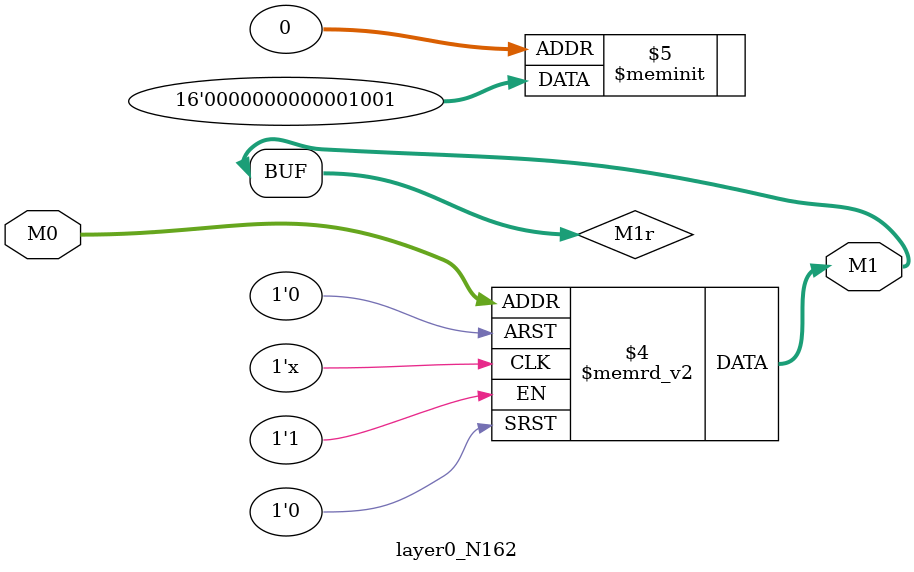
<source format=v>
module layer0_N162 ( input [2:0] M0, output [1:0] M1 );

	(*rom_style = "distributed" *) reg [1:0] M1r;
	assign M1 = M1r;
	always @ (M0) begin
		case (M0)
			3'b000: M1r = 2'b01;
			3'b100: M1r = 2'b00;
			3'b010: M1r = 2'b00;
			3'b110: M1r = 2'b00;
			3'b001: M1r = 2'b10;
			3'b101: M1r = 2'b00;
			3'b011: M1r = 2'b00;
			3'b111: M1r = 2'b00;

		endcase
	end
endmodule

</source>
